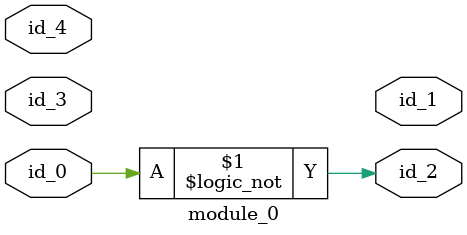
<source format=v>
`timescale 1 ps / 1 ps
module module_0 (
    input  id_0,
    output id_1,
    output id_2,
    input  id_3,
    input  id_4
);
  assign id_2 = !id_0;
endmodule

</source>
